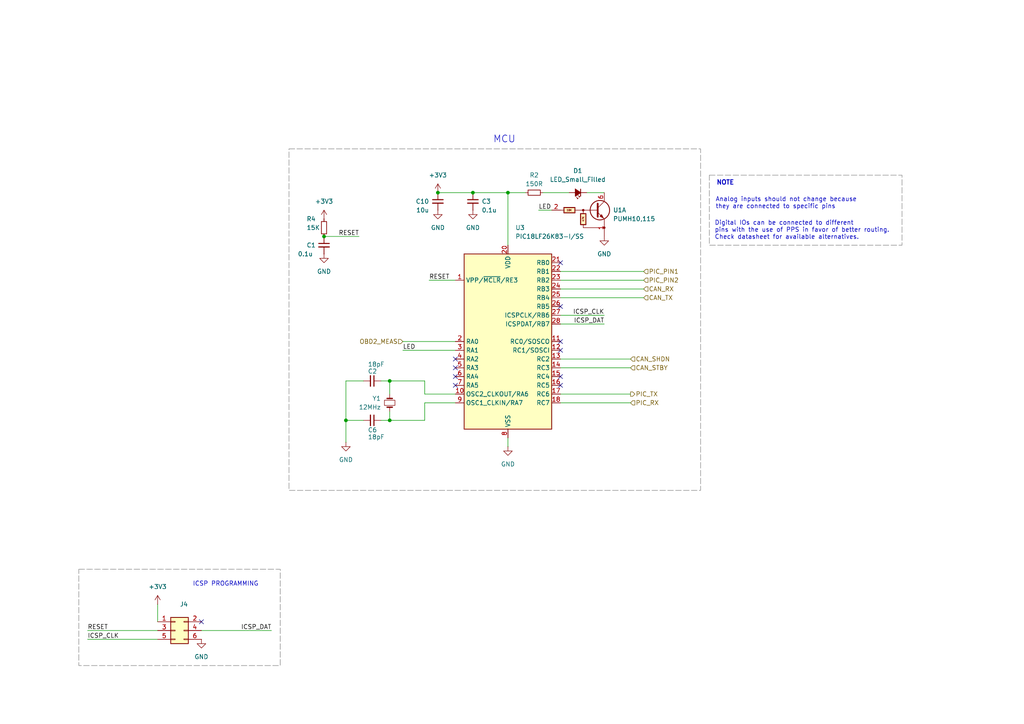
<source format=kicad_sch>
(kicad_sch (version 20250114) (generator "eeschema") (generator_version "9.0")
  (paper "A4")
  (title_block (title "Microcontroller") (date "2022-03-08") (rev "R4"))
  (lib_symbols
    (symbol "+3V3_1" (power) (pin_numbers (hide yes)) (pin_names (offset 0) (hide yes))
      (property "Value" "+3V3" (at 0 3.556 0))
      (symbol "+3V3_1_0_1"
        (polyline (pts (xy -0.762 1.27) (xy 0 2.54)))
        (polyline (pts (xy 0 2.54) (xy 0.762 1.27)))
        (polyline (pts (xy 0 0) (xy 0 2.54)))
      )
      (symbol "+3V3_1_1_1"
        (pin power_in line (at 0 0 90) (length 0) (name "~") (number "1"))
      )
    )
    (symbol "+3V3_2" (power) (pin_numbers (hide yes)) (pin_names (offset 0) (hide yes))
      (property "Value" "+3V3" (at 0 3.556 0))
      (symbol "+3V3_2_0_1"
        (polyline (pts (xy -0.762 1.27) (xy 0 2.54)))
        (polyline (pts (xy 0 2.54) (xy 0.762 1.27)))
        (polyline (pts (xy 0 0) (xy 0 2.54)))
      )
      (symbol "+3V3_2_1_1"
        (pin power_in line (at 0 0 90) (length 0) (name "~") (number "1"))
      )
    )
    (symbol "+3V3_3" (power) (pin_numbers (hide yes)) (pin_names (offset 0) (hide yes))
      (property "Value" "+3V3" (at 0 3.556 0))
      (symbol "+3V3_3_0_1"
        (polyline (pts (xy -0.762 1.27) (xy 0 2.54)))
        (polyline (pts (xy 0 2.54) (xy 0.762 1.27)))
        (polyline (pts (xy 0 0) (xy 0 2.54)))
      )
      (symbol "+3V3_3_1_1"
        (pin power_in line (at 0 0 90) (length 0) (name "~") (number "1"))
      )
    )
    (symbol "Connector_Generic:Conn_02x03_Odd_Even" (pin_names (offset 1.016) (hide yes))
      (property "Reference" "J" (at 1.27 5.08 0))
      (property "Value" "Conn_02x03_Odd_Even" (at 1.27 -5.08 0))
      (symbol "Conn_02x03_Odd_Even_1_1"
        (rectangle (start -1.27 3.81) (end 3.81 -3.81) (stroke (width 0.254)) (fill (type background)))
        (rectangle (start -1.27 2.667) (end 0 2.413) (stroke (width 0.1524)))
        (rectangle (start -1.27 0.127) (end 0 -0.127) (stroke (width 0.1524)))
        (rectangle (start -1.27 -2.413) (end 0 -2.667) (stroke (width 0.1524)))
        (rectangle (start 3.81 2.667) (end 2.54 2.413) (stroke (width 0.1524)))
        (rectangle (start 3.81 0.127) (end 2.54 -0.127) (stroke (width 0.1524)))
        (rectangle (start 3.81 -2.413) (end 2.54 -2.667) (stroke (width 0.1524)))
        (pin passive line (at -5.08 2.54 0) (length 3.81) (name "Pin_1") (number "1"))
        (pin passive line (at -5.08 0 0) (length 3.81) (name "Pin_3") (number "3"))
        (pin passive line (at -5.08 -2.54 0) (length 3.81) (name "Pin_5") (number "5"))
        (pin passive line (at 7.62 2.54 180) (length 3.81) (name "Pin_2") (number "2"))
        (pin passive line (at 7.62 0 180) (length 3.81) (name "Pin_4") (number "4"))
        (pin passive line (at 7.62 -2.54 180) (length 3.81) (name "Pin_6") (number "6"))
      )
    )
    (symbol "Device:C_Small" (pin_numbers (hide yes)) (pin_names (offset 0.254) (hide yes))
      (property "Reference" "C" (at 0.254 1.778 0))
      (property "Value" "C_Small" (at 0.254 -2.032 0))
      (symbol "C_Small_0_1"
        (polyline (pts (xy -1.524 0.508) (xy 1.524 0.508)) (stroke (width 0.3048)))
        (polyline (pts (xy -1.524 -0.508) (xy 1.524 -0.508)) (stroke (width 0.3302)))
      )
      (symbol "C_Small_1_1"
        (pin passive line (at 0 2.54 270) (length 2.032) (name "~") (number "1"))
        (pin passive line (at 0 -2.54 90) (length 2.032) (name "~") (number "2"))
      )
    )
    (symbol "Device:Crystal_Small" (pin_numbers (hide yes)) (pin_names (offset 1.016) (hide yes))
      (property "Reference" "Y" (at 0 2.54 0))
      (property "Value" "Crystal_Small" (at 0 -2.54 0))
      (symbol "Crystal_Small_0_1"
        (polyline (pts (xy -1.27 -0.762) (xy -1.27 0.762)) (stroke (width 0.381)))
        (rectangle (start -0.762 -1.524) (end 0.762 1.524))
        (polyline (pts (xy 1.27 -0.762) (xy 1.27 0.762)) (stroke (width 0.381)))
      )
      (symbol "Crystal_Small_1_1"
        (pin passive line (at -2.54 0 0) (length 1.27) (name "1") (number "1"))
        (pin passive line (at 2.54 0 180) (length 1.27) (name "2") (number "2"))
      )
    )
    (symbol "Device:LED_Small_Filled" (pin_numbers (hide yes)) (pin_names (offset 0.254) (hide yes))
      (property "Reference" "D" (at -1.27 3.175 0))
      (property "Value" "LED_Small_Filled" (at -4.445 -2.54 0))
      (symbol "LED_Small_Filled_0_1"
        (polyline (pts (xy -0.762 -1.016) (xy -0.762 1.016)) (stroke (width 0.254)))
        (polyline (pts (xy 0 0.762) (xy -0.508 1.27) (xy -0.254 1.27) (xy -0.508 1.27) (xy -0.508 1.016)))
        (polyline (pts (xy 0.508 1.27) (xy 0 1.778) (xy 0.254 1.778) (xy 0 1.778) (xy 0 1.524)))
        (polyline (pts (xy 0.762 -1.016) (xy -0.762 0) (xy 0.762 1.016) (xy 0.762 -1.016)) (stroke (width 0.254)) (fill (type outline)))
        (polyline (pts (xy 1.016 0) (xy -0.762 0)))
      )
      (symbol "LED_Small_Filled_1_1"
        (pin passive line (at -2.54 0 0) (length 1.778) (name "K") (number "1"))
        (pin passive line (at 2.54 0 180) (length 1.778) (name "A") (number "2"))
      )
    )
    (symbol "Device:R_Small" (pin_numbers (hide yes)) (pin_names (offset 0.254) (hide yes))
      (property "Reference" "R" (at 0.762 0.508 0))
      (property "Value" "R_Small" (at 0.762 -1.016 0))
      (symbol "R_Small_0_1"
        (rectangle (start -0.762 1.778) (end 0.762 -1.778) (stroke (width 0.2032)))
      )
      (symbol "R_Small_1_1"
        (pin passive line (at 0 2.54 270) (length 0.762) (name "~") (number "1"))
        (pin passive line (at 0 -2.54 90) (length 0.762) (name "~") (number "2"))
      )
    )
    (symbol "GND_1" (power) (pin_numbers (hide yes)) (pin_names (offset 0) (hide yes))
      (property "Value" "GND" (at 0 -3.81 0))
      (symbol "GND_1_0_1"
        (polyline (pts (xy 0 0) (xy 0 -1.27) (xy 1.27 -1.27) (xy 0 -2.54) (xy -1.27 -1.27) (xy 0 -1.27)))
      )
      (symbol "GND_1_1_1"
        (pin power_in line (at 0 0 270) (length 0) (name "~") (number "1"))
      )
    )
    (symbol "GND_2" (power) (pin_numbers (hide yes)) (pin_names (offset 0) (hide yes))
      (property "Value" "GND" (at 0 -3.81 0))
      (symbol "GND_2_0_1"
        (polyline (pts (xy 0 0) (xy 0 -1.27) (xy 1.27 -1.27) (xy 0 -2.54) (xy -1.27 -1.27) (xy 0 -1.27)))
      )
      (symbol "GND_2_1_1"
        (pin power_in line (at 0 0 270) (length 0) (name "~") (number "1"))
      )
    )
    (symbol "PIC18LF26K83-I/SS_1"
      (property "Reference" "U" (at 0 -35.56 0))
      (property "Value" "PIC18LF26K83-I{slash}SS" (at 12.7 -30.48 0))
      (property "Footprint" "Package_SO:SSOP-28_5.3x10.2mm_P0.65mm" (at 0 -43.18 0))
      (symbol "PIC18LF26K83-I/SS_1_0_1"
        (rectangle (start -12.7 -27.94) (end 12.7 22.86) (stroke (width 0.254)) (fill (type background)))
      )
      (symbol "PIC18LF26K83-I/SS_1_1_1"
        (pin input line (at -15.24 15.24 0) (length 2.54) (name "VPP/~{MCLR}/RE3") (number "1"))
        (pin bidirectional line (at -15.24 -2.54 0) (length 2.54) (name "RA0") (number "2"))
        (pin bidirectional line (at -15.24 -5.08 0) (length 2.54) (name "RA1") (number "3"))
        (pin bidirectional line (at -15.24 -7.62 0) (length 2.54) (name "RA2") (number "4"))
        (pin bidirectional line (at -15.24 -10.16 0) (length 2.54) (name "RA3") (number "5"))
        (pin bidirectional line (at -15.24 -12.7 0) (length 2.54) (name "RA4") (number "6"))
        (pin bidirectional line (at -15.24 -15.24 0) (length 2.54) (name "RA5") (number "7"))
        (pin bidirectional line (at -15.24 -17.78 0) (length 2.54) (name "OSC2_CLKOUT/RA6") (number "10"))
        (pin bidirectional line (at -15.24 -20.32 0) (length 2.54) (name "OSC1_CLKIN/RA7") (number "9"))
        (pin power_in line (at 0 25.4 270) (length 2.54) (name "VDD") (number "20"))
        (pin passive line (at 0 -30.48 90) (length 2.54) (hide yes) (name "VSS") (number "19"))
        (pin power_in line (at 0 -30.48 90) (length 2.54) (name "VSS") (number "8"))
        (pin bidirectional line (at 15.24 20.32 180) (length 2.54) (name "RB0") (number "21"))
        (pin bidirectional line (at 15.24 17.78 180) (length 2.54) (name "RB1") (number "22"))
        (pin bidirectional line (at 15.24 15.24 180) (length 2.54) (name "RB2") (number "23"))
        (pin bidirectional line (at 15.24 12.7 180) (length 2.54) (name "RB3") (number "24"))
        (pin bidirectional line (at 15.24 10.16 180) (length 2.54) (name "RB4") (number "25"))
        (pin bidirectional line (at 15.24 7.62 180) (length 2.54) (name "RB5") (number "26"))
        (pin bidirectional line (at 15.24 5.08 180) (length 2.54) (name "ICSPCLK/RB6") (number "27"))
        (pin bidirectional line (at 15.24 2.54 180) (length 2.54) (name "ICSPDAT/RB7") (number "28"))
        (pin bidirectional line (at 15.24 -2.54 180) (length 2.54) (name "RC0/SOSCO") (number "11"))
        (pin bidirectional line (at 15.24 -5.08 180) (length 2.54) (name "RC1/SOSCI") (number "12"))
        (pin bidirectional line (at 15.24 -7.62 180) (length 2.54) (name "RC2") (number "13"))
        (pin bidirectional line (at 15.24 -10.16 180) (length 2.54) (name "RC3") (number "14"))
        (pin bidirectional line (at 15.24 -12.7 180) (length 2.54) (name "RC4") (number "15"))
        (pin bidirectional line (at 15.24 -15.24 180) (length 2.54) (name "RC5") (number "16"))
        (pin bidirectional line (at 15.24 -17.78 180) (length 2.54) (name "RC6") (number "17"))
        (pin bidirectional line (at 15.24 -20.32 180) (length 2.54) (name "RC7") (number "18"))
      )
    )
    (symbol "my_library:PUMH10,115"
      (property "Reference" "U" (at 0 0 0))
      (property "Value" "PUMH10,115" (at 0 0 0))
      (symbol "PUMH10,115_0_0"
        (circle (center -6.096 0) (radius 0.2736) (stroke (width 0.1524)) (fill (type outline)))
        (circle (center 0 -5.08) (radius 0.2736) (stroke (width 0.1524)) (fill (type outline)))
        (text "10K" (at -10.16 0 0) (effects (font (size 0.508 0.508))))
      )
      (symbol "PUMH10,115_0_1"
        (polyline (pts (xy -12.7 0) (xy -11.684 0)) (stroke (width 0.1524)))
        (rectangle (start -11.684 -0.762) (end -8.509 0.762) (stroke (width 0.3048)) (fill (type background)))
        (polyline (pts (xy -8.382 0) (xy -8.128 0) (xy -2.032 0)) (stroke (width 0.1524)))
        (rectangle (start -6.858 -1.016) (end -5.334 -4.191) (stroke (width 0.3048)) (fill (type background)))
        (polyline (pts (xy -6.096 -1.016) (xy -6.096 0)) (stroke (width 0.1524)))
        (polyline (pts (xy -6.096 -4.318) (xy -6.096 -5.08) (xy 0 -5.08)) (stroke (width 0.1524)))
        (polyline (pts (xy -1.905 1.905) (xy -1.905 -1.905) (xy -1.905 -1.905)) (stroke (width 0.508)))
        (polyline (pts (xy -1.905 0.635) (xy 0 2.54)))
        (polyline (pts (xy -1.905 -0.635) (xy 0 -2.54) (xy 0 -2.54)))
        (circle (center -1.27 0) (radius 2.8194) (stroke (width 0.254)))
        (polyline (pts (xy -1.27 -1.778) (xy -0.762 -1.27) (xy -0.254 -2.286) (xy -1.27 -1.778) (xy -1.27 -1.778)) (fill (type outline)))
        (text "47K" (at -6.096 -2.54 900) (effects (font (size 0.508 0.508))))
      )
      (symbol "PUMH10,115_1_1"
        (pin passive line (at -15.24 0 0) (length 2.54) (name "") (number "2"))
        (pin passive line (at 0 5.08 270) (length 2.54) (name "") (number "6"))
        (pin passive line (at 0 -7.62 90) (length 5.08) (name "") (number "1"))
      )
      (symbol "PUMH10,115_2_1"
        (pin passive line (at -15.24 0 0) (length 2.54) (name "") (number "5"))
        (pin passive line (at 0 5.08 270) (length 2.54) (name "") (number "3"))
        (pin passive line (at 0 -7.62 90) (length 5.08) (name "") (number "4"))
      )
    )
  )
  (rectangle (start 83.82 43.18) (end 203.2 142.24) (stroke (width 0) (type dash) (color 132 132 132 1)))
  (rectangle (start 205.74 50.8) (end 261.62 71.12) (stroke (width 0) (type dash) (color 132 132 132 1)))
  (rectangle (start 22.86 165.1) (end 81.28 193.04) (stroke (width 0) (type dash) (color 132 132 132 1)))
  (text "Digital IOs can be connected to different\npins with the use of PPS in favor of better routing.\nCheck datasheet for available alternatives." (at 207.264 69.596 0) (effects (font (size 1.27 1.27)) (justify left bottom)))
  (text "NOTE" (at 207.772 53.848 0) (effects (font (size 1.3 1.3) (thickness 0.26) (bold yes)) (justify left bottom)))
  (text "MCU" (at 143.002 41.656 0) (effects (font (size 2 2)) (justify left bottom)))
  (text "Analog inputs should not change because\nthey are connected to specific pins" (at 207.518 60.706 0) (effects (font (size 1.27 1.27)) (justify left bottom)))
  (text "ICSP PROGRAMMING" (at 55.88 170.18 0) (effects (font (size 1.27 1.27)) (justify left bottom)))
  (junction (at 147.32 55.88))
  (junction (at 100.33 121.92))
  (junction (at 93.98 68.58))
  (junction (at 113.03 110.49))
  (junction (at 127 55.88))
  (junction (at 137.16 55.88))
  (junction (at 113.03 121.92))
  (no_connect (at 162.56 76.2))
  (no_connect (at 132.08 111.76))
  (no_connect (at 162.56 109.22))
  (no_connect (at 162.56 88.9))
  (no_connect (at 132.08 106.68))
  (no_connect (at 162.56 101.6))
  (no_connect (at 162.56 111.76))
  (no_connect (at 132.08 104.14))
  (no_connect (at 162.56 99.06))
  (no_connect (at 58.42 180.34))
  (no_connect (at 132.08 109.22))
  (wire (pts (xy 100.33 121.92) (xy 105.41 121.92)))
  (wire (pts (xy 113.03 121.92) (xy 113.03 119.38)))
  (wire (pts (xy 162.56 81.28) (xy 186.69 81.28)))
  (wire (pts (xy 124.46 81.28) (xy 132.08 81.28)))
  (wire (pts (xy 156.21 60.96) (xy 160.02 60.96)))
  (wire (pts (xy 100.33 121.92) (xy 100.33 128.27)))
  (wire (pts (xy 162.56 78.74) (xy 186.69 78.74)))
  (wire (pts (xy 147.32 55.88) (xy 137.16 55.88)))
  (wire (pts (xy 45.72 175.26) (xy 45.72 180.34)))
  (wire (pts (xy 116.84 101.6) (xy 132.08 101.6)))
  (wire (pts (xy 116.84 99.06) (xy 132.08 99.06)))
  (wire (pts (xy 147.32 55.88) (xy 152.4 55.88)))
  (wire (pts (xy 157.48 55.88) (xy 165.1 55.88)))
  (wire (pts (xy 110.49 121.92) (xy 113.03 121.92)))
  (wire (pts (xy 93.98 68.58) (xy 104.14 68.58)))
  (wire (pts (xy 58.42 182.88) (xy 78.74 182.88)))
  (wire (pts (xy 110.49 110.49) (xy 113.03 110.49)))
  (wire (pts (xy 162.56 116.84) (xy 182.88 116.84)))
  (wire (pts (xy 162.56 91.44) (xy 175.26 91.44)))
  (wire (pts (xy 147.32 71.12) (xy 147.32 55.88)))
  (wire (pts (xy 113.03 110.49) (xy 113.03 114.3)))
  (wire (pts (xy 162.56 104.14) (xy 182.88 104.14)))
  (wire (pts (xy 132.08 116.84) (xy 123.19 116.84)))
  (wire (pts (xy 170.18 55.88) (xy 175.26 55.88)))
  (wire (pts (xy 123.19 121.92) (xy 113.03 121.92)))
  (wire (pts (xy 25.4 185.42) (xy 45.72 185.42)))
  (wire (pts (xy 162.56 114.3) (xy 182.88 114.3)))
  (wire (pts (xy 105.41 110.49) (xy 100.33 110.49)))
  (wire (pts (xy 123.19 116.84) (xy 123.19 121.92)))
  (wire (pts (xy 123.19 110.49) (xy 113.03 110.49)))
  (wire (pts (xy 162.56 106.68) (xy 182.88 106.68)))
  (wire (pts (xy 162.56 86.36) (xy 186.69 86.36)))
  (wire (pts (xy 100.33 110.49) (xy 100.33 121.92)))
  (wire (pts (xy 162.56 83.82) (xy 186.69 83.82)))
  (wire (pts (xy 25.4 182.88) (xy 45.72 182.88)))
  (wire (pts (xy 132.08 114.3) (xy 123.19 114.3)))
  (wire (pts (xy 147.32 127) (xy 147.32 129.54)))
  (wire (pts (xy 123.19 114.3) (xy 123.19 110.49)))
  (wire (pts (xy 162.56 93.98) (xy 175.26 93.98)))
  (wire (pts (xy 137.16 55.88) (xy 127 55.88)))
  (label "LED" (at 156.21 60.96 0))
  (label "RESET" (at 124.46 81.28 0))
  (label "ICSP_CLK" (at 25.4 185.42 0))
  (label "ICSP_DAT" (at 175.26 93.98 180))
  (label "ICSP_CLK" (at 175.26 91.44 180))
  (label "ICSP_DAT" (at 78.74 182.88 180))
  (label "LED" (at 116.84 101.6 0))
  (label "RESET" (at 25.4 182.88 0))
  (label "RESET" (at 104.14 68.58 180))
  (hierarchical_label "PIC_PIN2" (shape input) (at 186.69 81.28 0))
  (hierarchical_label "CAN_STBY" (shape input) (at 182.88 106.68 0))
  (hierarchical_label "OBD2_MEAS" (shape input) (at 116.84 99.06 180))
  (hierarchical_label "CAN_SHDN" (shape input) (at 182.88 104.14 0))
  (hierarchical_label "CAN_RX" (shape input) (at 186.69 83.82 0))
  (hierarchical_label "PIC_TX" (shape output) (at 182.88 114.3 0))
  (hierarchical_label "CAN_TX" (shape input) (at 186.69 86.36 0))
  (hierarchical_label "PIC_RX" (shape input) (at 182.88 116.84 0))
  (hierarchical_label "PIC_PIN1" (shape input) (at 186.69 78.74 0))
  (symbol (lib_id "Device:C_Small") (at 93.98 71.12 0) (unit 1)
    (property "Reference" "C1" (at 88.9 71.12 0) (effects (justify left)))
    (property "Value" "0.1u" (at 86.36 73.66 0) (effects (justify left)))
    (property "Footprint" "Capacitor_SMD:C_0603_1608Metric" (effects (hide yes)))
  )
  (symbol (lib_id "Device:LED_Small_Filled") (at 167.64 55.88 180) (unit 1)
    (property "Reference" "D1" (at 167.5765 49.53 0))
    (property "Value" "LED_Small_Filled" (at 167.5765 52.07 0))
    (property "Footprint" "LED_SMD:LED_0603_1608Metric" (effects (hide yes)))
    (property "Description" "Light emitting diode, small symbol, filled shape" (effects (hide yes)))
  )
  (symbol (lib_name "GND_1") (lib_id "power:GND") (at 137.16 60.96 0) (unit 1)
    (property "Reference" "#PWR011" (effects (hide yes)))
    (property "Value" "GND" (at 137.16 66.04 0))
    (property "Description" "Power symbol creates a global label with name \"GND\" , ground" (effects (hide yes)))
  )
  (symbol (lib_name "PIC18LF26K83-I/SS_1") (lib_id "My_Libraries:PIC18LF26K83-I/SS") (at 147.32 96.52 0) (unit 1)
    (property "Reference" "U3" (at 149.4633 66.04 0) (effects (justify left)))
    (property "Value" "PIC18LF26K83-I/SS" (at 149.4633 68.58 0) (effects (justify left)))
    (property "Footprint" "Package_SO:SSOP-28_5.3x10.2mm_P0.65mm" (effects (hide yes)))
    (property "Description" "8 Bit MCU, PIC18 Family PIC18F K8x Series, 64 MHz, 64 KB, 4K RAM, SSOP-28" (effects (hide yes)))
  )
  (symbol (lib_name "+3V3_2") (lib_id "power:+3V3") (at 93.98 63.5 0) (unit 1)
    (property "Reference" "#PWR021" (effects (hide yes)))
    (property "Value" "+3V3" (at 93.98 58.42 0))
    (property "Description" "Power symbol creates a global label with name \"+3V3\"" (effects (hide yes)))
  )
  (symbol (lib_name "GND_1") (lib_id "power:GND") (at 127 60.96 0) (unit 1)
    (property "Reference" "#PWR010" (effects (hide yes)))
    (property "Value" "GND" (at 127 66.04 0))
    (property "Description" "Power symbol creates a global label with name \"GND\" , ground" (effects (hide yes)))
  )
  (symbol (lib_id "Device:C_Small") (at 137.16 58.42 0) (unit 1)
    (property "Reference" "C3" (at 139.7 58.42 0) (effects (justify left)))
    (property "Value" "0.1u" (at 139.7 60.96 0) (effects (justify left)))
    (property "Footprint" "Capacitor_SMD:C_0603_1608Metric" (effects (hide yes)))
  )
  (symbol (lib_name "+3V3_1") (lib_id "power:+3V3") (at 45.72 175.26 0) (unit 1)
    (property "Reference" "#PWR020" (effects (hide yes)))
    (property "Value" "+3V3" (at 45.72 170.18 0))
    (property "Description" "Power symbol creates a global label with name \"+3V3\"" (effects (hide yes)))
  )
  (symbol (lib_name "GND_2") (lib_id "power:GND") (at 147.32 129.54 0) (unit 1)
    (property "Reference" "#PWR014" (effects (hide yes)))
    (property "Value" "GND" (at 147.32 134.62 0))
    (property "Description" "Power symbol creates a global label with name \"GND\" , ground" (effects (hide yes)))
  )
  (symbol (lib_name "GND_1") (lib_id "power:GND") (at 93.98 73.66 0) (unit 1)
    (property "Reference" "#PWR013" (effects (hide yes)))
    (property "Value" "GND" (at 93.98 78.74 0))
    (property "Description" "Power symbol creates a global label with name \"GND\" , ground" (effects (hide yes)))
  )
  (symbol (lib_id "Device:C_Small") (at 107.95 110.49 270) (mirror x) (unit 1)
    (property "Reference" "C2" (at 106.68 107.696 90) (effects (justify left)))
    (property "Value" "18pF" (at 106.68 105.664 90) (effects (justify left)))
    (property "Footprint" "Capacitor_SMD:C_0603_1608Metric" (effects (hide yes)))
  )
  (symbol (lib_id "Device:Crystal_Small") (at 113.03 116.84 270) (mirror x) (unit 1)
    (property "Reference" "Y1" (at 110.49 115.5699 90) (effects (justify right)))
    (property "Value" "12MHz" (at 110.49 118.1099 90) (effects (justify right)))
    (property "Footprint" "Crystal:Crystal_SMD_5032-2Pin_5.0x3.2mm" (effects (hide yes)))
    (property "Description" "Two pin crystal, small symbol" (effects (hide yes)))
  )
  (symbol (lib_id "Device:C_Small") (at 127 58.42 0) (mirror y) (unit 1)
    (property "Reference" "C10" (at 124.46 58.42 0) (effects (justify left)))
    (property "Value" "10u" (at 124.46 60.96 0) (effects (justify left)))
    (property "Footprint" "Capacitor_SMD:C_0805_2012Metric" (effects (hide yes)))
  )
  (symbol (lib_name "GND_1") (lib_id "power:GND") (at 175.26 68.58 0) (unit 1)
    (property "Reference" "#PWR023" (effects (hide yes)))
    (property "Value" "GND" (at 175.26 73.66 0))
    (property "Description" "Power symbol creates a global label with name \"GND\" , ground" (effects (hide yes)))
  )
  (symbol (lib_id "my_library:PUMH10,115") (at 175.26 60.96 0) (unit 1)
    (property "Reference" "U1" (at 177.8 60.9316 0) (effects (justify left)))
    (property "Value" "PUMH10,115" (at 177.8 63.4716 0) (effects (justify left)))
    (property "Footprint" "Package_TO_SOT_SMD:SOT-363_SC-70-6" (effects (hide yes)))
    (property "Datasheet" "https://assets.nexperia.com/documents/data-sheet/PUMH10.pdf" (effects (hide yes)))
    (property "Description" "Dual NPN Transistor with internal resistors SOT-363" (effects (hide yes)))
  )
  (symbol (lib_id "Device:C_Small") (at 107.95 121.92 270) (unit 1)
    (property "Reference" "C6" (at 106.68 124.714 90) (effects (justify left)))
    (property "Value" "18pF" (at 106.68 126.746 90) (effects (justify left)))
    (property "Footprint" "Capacitor_SMD:C_0603_1608Metric" (effects (hide yes)))
  )
  (symbol (lib_name "GND_2") (lib_id "power:GND") (at 100.33 128.27 0) (unit 1)
    (property "Reference" "#PWR022" (effects (hide yes)))
    (property "Value" "GND" (at 100.33 133.35 0))
    (property "Description" "Power symbol creates a global label with name \"GND\" , ground" (effects (hide yes)))
  )
  (symbol (lib_name "+3V3_3") (lib_id "power:+3V3") (at 127 55.88 0) (unit 1)
    (property "Reference" "#PWR012" (effects (hide yes)))
    (property "Value" "+3V3" (at 127 50.8 0))
    (property "Description" "Power symbol creates a global label with name \"+3V3\"" (effects (hide yes)))
  )
  (symbol (lib_id "Device:R_Small") (at 154.94 55.88 90) (unit 1)
    (property "Reference" "R2" (at 154.94 50.8 90))
    (property "Value" "150R" (at 154.94 53.34 90))
    (property "Footprint" "Resistor_SMD:R_0603_1608Metric" (effects (hide yes)))
    (property "Description" "Resistor, small symbol" (effects (hide yes)))
  )
  (symbol (lib_name "GND_1") (lib_id "power:GND") (at 58.42 185.42 0) (unit 1)
    (property "Reference" "#PWR015" (effects (hide yes)))
    (property "Value" "GND" (at 58.42 190.5 0))
    (property "Description" "Power symbol creates a global label with name \"GND\" , ground" (effects (hide yes)))
  )
  (symbol (lib_id "Connector_Generic:Conn_02x03_Odd_Even") (at 50.8 182.88 0) (unit 1)
    (property "Reference" "J4" (at 53.34 175.26 0))
    (property "Value" "-" (effects (hide yes)))
    (property "Footprint" "Connector_PinHeader_2.54mm:PinHeader_2x03_P2.54mm_Vertical" (effects (hide yes)))
  )
  (symbol (lib_id "Device:R_Small") (at 93.98 66.04 0) (unit 1)
    (property "Reference" "R4" (at 88.9 63.5 0) (effects (justify left)))
    (property "Value" "15K" (at 88.9 66.04 0) (effects (justify left)))
    (property "Footprint" "Resistor_SMD:R_0603_1608Metric" (effects (hide yes)))
  )
)
</source>
